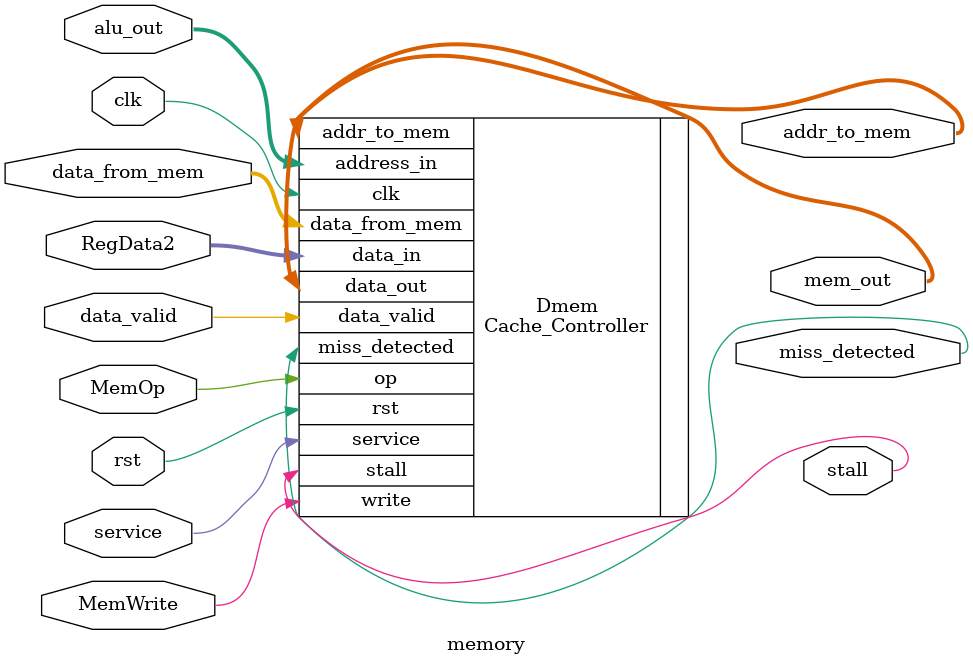
<source format=v>
module memory(clk, rst, alu_out, RegData2, MemOp, MemWrite, mem_out, stall,
	service, data_from_mem, data_valid, addr_to_mem, miss_detected);

	input clk, rst;
	input MemOp, MemWrite;
	input [15:0] alu_out, RegData2;
	output [15:0] mem_out;
	output stall;

	//Signals to arbitrator
	input service, data_valid;
	input [15:0] data_from_mem;
	output [15:0] addr_to_mem;
	output miss_detected;



	// memory1c DMem(.data_out(mem_out), .data_in(RegData2), .addr(alu_out),
	// .enable(MemOp), .wr(MemWrite), .clk(clk), .rst(rst));

	Cache_Controller Dmem(.clk(clk), .rst(rst), .write(MemWrite), .op(MemOp),
		.address_in(alu_out), .data_out(mem_out), .data_in(RegData2), .stall(stall),
		.service(service), .data_from_mem(data_from_mem), .data_valid(data_valid), 
		.addr_to_mem(addr_to_mem), .miss_detected(miss_detected));


endmodule

</source>
